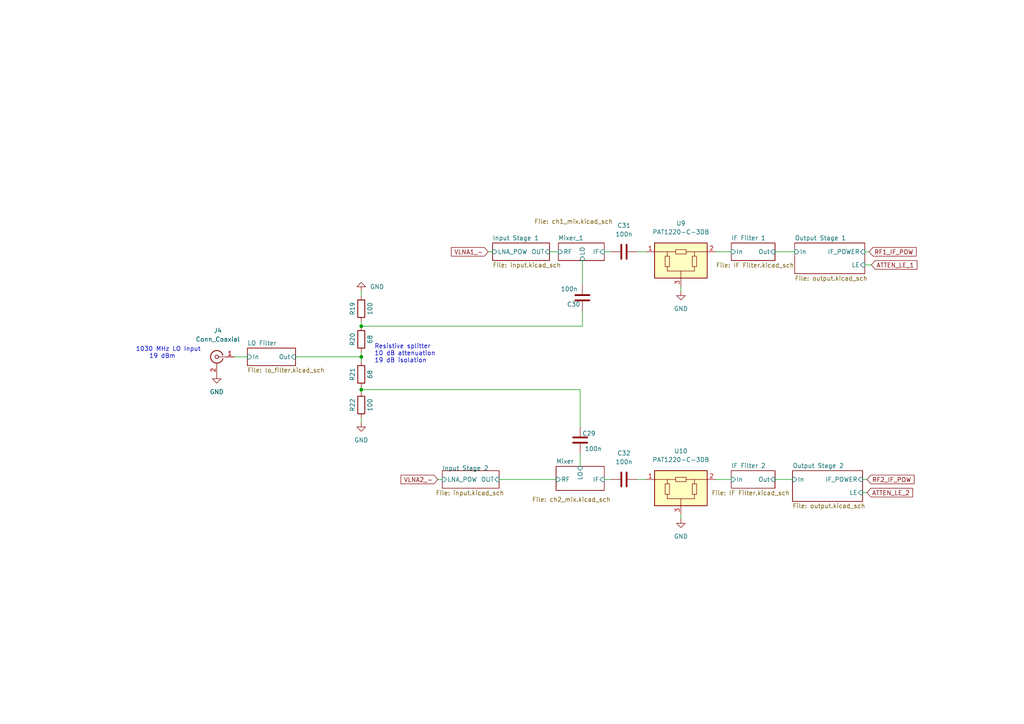
<source format=kicad_sch>
(kicad_sch (version 20230121) (generator eeschema)
  (paper "A4")
  (lib_symbols
    (symbol "Connector:Conn_Coaxial" (pin_names (offset 1.016) hide)
      (property "Reference" "J" (at 0.254 3.048 0))
      (property "Value" "Conn_Coaxial" (at 2.921 0 90))
      (symbol "Conn_Coaxial_0_1"
        (arc (start -1.778 -0.508) (mid 0.222 -1.808) (end 1.778 0) (stroke (width 0.254)))
        (polyline (pts (xy -2.54 0) (xy -0.508 0)))
        (polyline (pts (xy 0 -2.54) (xy 0 -1.778)))
        (circle (center 0 0) (radius 0.508) (stroke (width 0.2032)))
        (arc (start 1.778 0) (mid 0.222 1.8083) (end -1.778 0.508) (stroke (width 0.254)))
      )
      (symbol "Conn_Coaxial_1_1"
        (pin passive line (at -5.08 0 0) (length 2.54) (name "In") (number "1"))
        (pin passive line (at 0 -5.08 90) (length 2.54) (name "Ext") (number "2"))
      )
    )
    (symbol "Device:C" (pin_numbers hide) (pin_names (offset 0.254))
      (property "Reference" "C" (at 0.635 2.54 0))
      (property "Value" "C" (at 0.635 -2.54 0))
      (symbol "C_0_1"
        (polyline (pts (xy -2.032 -0.762) (xy 2.032 -0.762)) (stroke (width 0.508)))
        (polyline (pts (xy -2.032 0.762) (xy 2.032 0.762)) (stroke (width 0.508)))
      )
      (symbol "C_1_1"
        (pin passive line (at 0 3.81 270) (length 2.794) (name "~") (number "1"))
        (pin passive line (at 0 -3.81 90) (length 2.794) (name "~") (number "2"))
      )
    )
    (symbol "Device:R" (pin_numbers hide) (pin_names (offset 0))
      (property "Reference" "R" (at 2.032 0 90))
      (property "Value" "R" (at 0 0 90))
      (symbol "R_0_1"
        (rectangle (start -1.016 -2.54) (end 1.016 2.54) (stroke (width 0.254)))
      )
      (symbol "R_1_1"
        (pin passive line (at 0 3.81 270) (length 1.27) (name "~") (number "1"))
        (pin passive line (at 0 -3.81 90) (length 1.27) (name "~") (number "2"))
      )
    )
    (symbol "RF:PAT1220-C-3DB"
      (property "Reference" "U" (at -6.35 6.35 0))
      (property "Value" "PAT1220-C-3DB" (at 5.08 6.35 0))
      (symbol "PAT1220-C-3DB_0_1"
        (rectangle (start -7.62 5.08) (end 7.62 -5.08) (stroke (width 0.254)) (fill (type background)))
        (polyline (pts (xy -3.937 -3.048) (xy 3.937 -3.048)))
        (polyline (pts (xy -3.937 1.27) (xy -3.937 2.54)))
        (polyline (pts (xy -1.524 2.54) (xy -7.62 2.54)))
        (polyline (pts (xy 0 -5.08) (xy 0 -3.048)))
        (polyline (pts (xy 3.937 1.27) (xy 3.937 2.54)))
        (pin passive line (at 0 -7.62 90) (length 2.54) (name "~") (number "3"))
      )
      (symbol "PAT1220-C-3DB_1_1"
        (rectangle (start -4.572 -1.778) (end -3.302 1.27))
        (rectangle (start -1.524 3.175) (end 1.524 1.905))
        (polyline (pts (xy -3.937 -3.048) (xy -3.937 -1.778)))
        (polyline (pts (xy 3.937 -3.048) (xy 3.937 -1.778)))
        (polyline (pts (xy 7.62 2.54) (xy 1.524 2.54)))
        (rectangle (start 3.302 -1.778) (end 4.572 1.27))
        (pin passive line (at -10.16 2.54 0) (length 2.54) (name "~") (number "1"))
        (pin passive line (at 10.16 2.54 180) (length 2.54) (name "~") (number "2"))
      )
    )
    (symbol "power:GND" (power) (pin_names (offset 0))
      (property "Value" "GND" (at 0 -3.81 0))
      (symbol "GND_0_1"
        (polyline (pts (xy 0 0) (xy 0 -1.27) (xy 1.27 -1.27) (xy 0 -2.54) (xy -1.27 -1.27) (xy 0 -1.27)))
      )
      (symbol "GND_1_1"
        (pin power_in line (at 0 0 270) (length 0) hide (name "GND") (number "1"))
      )
    )
  )
  (junction (at 104.775 113.03))
  (junction (at 104.775 103.505))
  (junction (at 104.775 94.615))
  (wire (pts (xy 159.385 73.025) (xy 161.925 73.025)))
  (wire (pts (xy 104.775 103.505) (xy 104.775 102.235)))
  (wire (pts (xy 168.275 113.03) (xy 104.775 113.03)))
  (wire (pts (xy 104.775 84.455) (xy 104.775 85.725)))
  (wire (pts (xy 250.19 142.875) (xy 251.46 142.875)))
  (wire (pts (xy 104.775 112.395) (xy 104.775 113.03)))
  (wire (pts (xy 207.645 73.025) (xy 212.09 73.025)))
  (wire (pts (xy 85.725 103.505) (xy 104.775 103.505)))
  (wire (pts (xy 104.775 103.505) (xy 104.775 104.775)))
  (wire (pts (xy 168.91 90.17) (xy 168.91 94.615)))
  (wire (pts (xy 144.78 139.065) (xy 161.29 139.065)))
  (wire (pts (xy 184.785 73.025) (xy 187.325 73.025)))
  (wire (pts (xy 104.775 93.345) (xy 104.775 94.615)))
  (wire (pts (xy 175.26 73.025) (xy 177.165 73.025)))
  (wire (pts (xy 184.785 139.065) (xy 187.325 139.065)))
  (wire (pts (xy 250.19 139.065) (xy 251.46 139.065)))
  (wire (pts (xy 197.485 149.225) (xy 197.485 150.495)))
  (wire (pts (xy 67.945 103.505) (xy 71.755 103.505)))
  (wire (pts (xy 250.825 73.025) (xy 252.095 73.025)))
  (wire (pts (xy 104.775 113.03) (xy 104.775 113.665)))
  (wire (pts (xy 250.825 76.835) (xy 252.73 76.835)))
  (wire (pts (xy 168.275 131.445) (xy 168.275 135.255)))
  (wire (pts (xy 168.91 75.565) (xy 168.91 82.55)))
  (wire (pts (xy 141.605 73.025) (xy 142.875 73.025)))
  (wire (pts (xy 224.79 139.065) (xy 229.87 139.065)))
  (wire (pts (xy 104.775 121.285) (xy 104.775 122.555)))
  (wire (pts (xy 127 139.065) (xy 128.27 139.065)))
  (wire (pts (xy 104.775 94.615) (xy 168.91 94.615)))
  (wire (pts (xy 175.26 139.065) (xy 177.165 139.065)))
  (wire (pts (xy 197.485 83.185) (xy 197.485 84.455)))
  (wire (pts (xy 168.275 123.825) (xy 168.275 113.03)))
  (wire (pts (xy 207.645 139.065) (xy 212.09 139.065)))
  (wire (pts (xy 224.79 73.025) (xy 230.505 73.025)))
  (text "1030 MHz LO Input\n    19 dBm" (at 39.37 104.14 0) (effects (font (size 1.27 1.27)) (justify left bottom)))
  (text "Resistive splitter\n10 dB attenuation\n19 dB isolation" (at 108.585 105.41 0) (effects (font (size 1.27 1.27)) (justify left bottom)))
  (global_label "VLNA2_-" (shape input) (at 127 139.065 180) (property "Intersheetrefs" "${INTERSHEET_REFS}" (effects hide)))
  (global_label "RF1_IF_POW" (shape input) (at 252.095 73.025 0) (property "Intersheetrefs" "${INTERSHEET_REFS}" (effects hide)))
  (global_label "RF2_IF_POW" (shape input) (at 251.46 139.065 0) (property "Intersheetrefs" "${INTERSHEET_REFS}" (effects hide)))
  (global_label "VLNA1_-" (shape input) (at 141.605 73.025 180) (property "Intersheetrefs" "${INTERSHEET_REFS}" (effects hide)))
  (global_label "ATTEN_LE_1" (shape input) (at 252.73 76.835 0) (property "Intersheetrefs" "${INTERSHEET_REFS}" (effects hide)))
  (global_label "ATTEN_LE_2" (shape input) (at 251.46 142.875 0) (property "Intersheetrefs" "${INTERSHEET_REFS}" (effects hide)))
  (symbol (lib_id "power:GND") (at 104.775 84.455 180) (unit 1)
    (property "Reference" "#PWR054" (effects hide))
    (property "Value" "GND" (at 107.315 83.1849 0) (effects (justify right)))
  )
  (symbol (lib_id "RF:PAT1220-C-3DB") (at 197.485 141.605 0) (unit 1)
    (property "Reference" "U10" (at 197.485 130.81 0))
    (property "Value" "PAT1220-C-3DB" (at 197.485 133.35 0))
    (property "Footprint" "RF_Converter:RF_Attenuator_Susumu_PAT1220" (effects hide))
    (property "Datasheet" "https://www.susumu.co.jp/common/pdf/n_catalog_partition16_en.pdf" (effects hide))
  )
  (symbol (lib_id "Device:C") (at 168.275 127.635 0) (mirror y) (unit 1)
    (property "Reference" "C29" (at 170.815 125.73 0))
    (property "Value" "100n" (at 172.085 130.175 0))
    (property "Footprint" "Capacitor_SMD:C_0402_1005Metric" (effects hide))
    (property "MPN" "CC0402KRX7R7BB104" (effects hide))
    (property "LCSC" "C60474" (effects hide))
  )
  (symbol (lib_id "Device:R") (at 104.775 89.535 180) (unit 1)
    (property "Reference" "R19" (at 102.235 89.535 90))
    (property "Value" "100" (at 107.315 89.535 90))
    (property "Footprint" "Resistor_SMD:R_0402_1005Metric" (effects hide))
    (property "MPN" "ERJ2GEJ101X" (effects hide))
    (property "LCSC" "C412972" (effects hide))
  )
  (symbol (lib_id "power:GND") (at 197.485 150.495 0) (unit 1)
    (property "Reference" "#PWR057" (effects hide))
    (property "Value" "GND" (at 197.485 155.575 0))
  )
  (symbol (lib_id "power:GND") (at 62.865 108.585 0) (unit 1)
    (property "Reference" "#PWR053" (effects hide))
    (property "Value" "GND" (at 62.865 113.665 0))
  )
  (symbol (lib_id "Device:R") (at 104.775 117.475 180) (unit 1)
    (property "Reference" "R22" (at 102.235 117.475 90))
    (property "Value" "100" (at 107.315 117.475 90))
    (property "Footprint" "Resistor_SMD:R_0402_1005Metric" (effects hide))
    (property "MPN" "ERJ2GEJ101X" (effects hide))
    (property "LCSC" "C412972" (effects hide))
  )
  (symbol (lib_id "Connector:Conn_Coaxial") (at 62.865 103.505 0) (mirror y) (unit 1)
    (property "Reference" "J4" (at 63.1824 95.885 0))
    (property "Value" "Conn_Coaxial" (at 63.1824 98.425 0))
    (property "Footprint" "Library:SMA_Samtec_SMA-J-P-X-ST-EM1_EdgeMount" (effects hide))
    (property "Datasheet" " ~" (effects hide))
    (property "MPN" "SMA-J-P-H-ST-EM1" (effects hide))
  )
  (symbol (lib_id "Device:C") (at 180.975 139.065 90) (unit 1)
    (property "Reference" "C32" (at 180.975 131.445 90))
    (property "Value" "100n" (at 180.975 133.985 90))
    (property "Footprint" "Capacitor_SMD:C_0402_1005Metric" (effects hide))
    (property "MPN" "CC0402KRX7R7BB104" (effects hide))
    (property "LCSC" "C60474" (effects hide))
  )
  (symbol (lib_id "Device:C") (at 168.91 86.36 0) (mirror x) (unit 1)
    (property "Reference" "C30" (at 166.37 88.265 0))
    (property "Value" "100n" (at 165.1 83.82 0))
    (property "Footprint" "Capacitor_SMD:C_0402_1005Metric" (effects hide))
    (property "MPN" "CC0402KRX7R7BB104" (effects hide))
    (property "LCSC" "C60474" (effects hide))
  )
  (symbol (lib_id "Device:C") (at 180.975 73.025 90) (unit 1)
    (property "Reference" "C31" (at 180.975 65.405 90))
    (property "Value" "100n" (at 180.975 67.945 90))
    (property "Footprint" "Capacitor_SMD:C_0402_1005Metric" (effects hide))
    (property "MPN" "CC0402KRX7R7BB104" (effects hide))
    (property "LCSC" "C60474" (effects hide))
  )
  (symbol (lib_id "Device:R") (at 104.775 98.425 180) (unit 1)
    (property "Reference" "R20" (at 102.235 98.425 90))
    (property "Value" "68" (at 107.315 98.425 90))
    (property "Footprint" "Resistor_SMD:R_0402_1005Metric" (effects hide))
    (property "MPN" "ERJ2GEJ680X" (effects hide))
    (property "LCSC" "C412969" (effects hide))
  )
  (symbol (lib_id "power:GND") (at 197.485 84.455 0) (unit 1)
    (property "Reference" "#PWR056" (effects hide))
    (property "Value" "GND" (at 197.485 89.535 0))
  )
  (symbol (lib_id "Device:R") (at 104.775 108.585 180) (unit 1)
    (property "Reference" "R21" (at 102.235 108.585 90))
    (property "Value" "68" (at 107.315 108.585 90))
    (property "Footprint" "Resistor_SMD:R_0402_1005Metric" (effects hide))
    (property "MPN" "ERJ2GEJ680X" (effects hide))
    (property "LCSC" "C412969" (effects hide))
  )
  (symbol (lib_id "RF:PAT1220-C-3DB") (at 197.485 75.565 0) (unit 1)
    (property "Reference" "U9" (at 197.485 64.77 0))
    (property "Value" "PAT1220-C-3DB" (at 197.485 67.31 0))
    (property "Footprint" "RF_Converter:RF_Attenuator_Susumu_PAT1220" (effects hide))
    (property "Datasheet" "https://www.susumu.co.jp/common/pdf/n_catalog_partition16_en.pdf" (effects hide))
  )
  (symbol (lib_id "power:GND") (at 104.775 122.555 0) (unit 1)
    (property "Reference" "#PWR055" (effects hide))
    (property "Value" "GND" (at 104.775 127.635 0))
  )
  (sheet (at 161.29 135.255) (size 13.97 6.985) (stroke (width 0.1524))
    (property "Sheetname" "Mixer" (at 161.29 134.5434 0) (effects (justify left bottom)))
    (property "Sheetfile" "ch2_mix.kicad_sch" (at 154.305 144.145 0) (effects (justify left top)))
    (pin "IF" input (at 175.26 139.065 0))
    (pin "RF" input (at 161.29 139.065 180))
    (pin "LO" input (at 168.275 135.255 90))
  )
  (sheet (at 212.09 136.525) (size 12.7 5.08) (stroke (width 0.1524))
    (property "Sheetname" "IF Filter 2" (at 212.09 135.8134 0) (effects (justify left bottom)))
    (property "Sheetfile" "IF Filter.kicad_sch" (at 206.375 142.24 0) (effects (justify left top)))
    (pin "Out" input (at 224.79 139.065 0))
    (pin "In" input (at 212.09 139.065 180))
  )
  (sheet (at 212.09 70.485) (size 12.7 5.08) (stroke (width 0.1524))
    (property "Sheetname" "IF Filter 1 " (at 212.09 69.7734 0) (effects (justify left bottom)))
    (property "Sheetfile" "IF Filter.kicad_sch" (at 207.645 76.2 0) (effects (justify left top)))
    (pin "Out" input (at 224.79 73.025 0))
    (pin "In" input (at 212.09 73.025 180))
  )
  (sheet (at 71.755 100.965) (size 13.97 5.08) (stroke (width 0.1524))
    (property "Sheetname" "LO Filter" (at 71.755 100.2534 0) (effects (justify left bottom)))
    (property "Sheetfile" "lo_filter.kicad_sch" (at 71.755 106.6296 0) (effects (justify left top)))
    (pin "Out" input (at 85.725 103.505 0))
    (pin "In" input (at 71.755 103.505 180))
  )
  (sheet (at 161.925 70.485) (size 13.335 5.08) (stroke (width 0.1524))
    (property "Sheetname" "Mixer_1" (at 161.925 69.7734 0) (effects (justify left bottom)))
    (property "Sheetfile" "ch1_mix.kicad_sch" (at 154.94 63.5 0) (effects (justify left top)))
    (pin "RF" input (at 161.925 73.025 180))
    (pin "LO" input (at 168.91 75.565 270))
    (pin "IF" input (at 175.26 73.025 0))
  )
  (sheet (at 230.505 70.485) (size 20.32 8.89) (stroke (width 0.1524))
    (property "Sheetname" "Output Stage 1" (at 230.505 69.7734 0) (effects (justify left bottom)))
    (property "Sheetfile" "output.kicad_sch" (at 230.505 80.01 0) (effects (justify left top)))
    (pin "IF_POWER" input (at 250.825 73.025 0))
    (pin "In" input (at 230.505 73.025 180))
    (pin "LE" input (at 250.825 76.835 0))
  )
  (sheet (at 128.27 136.525) (size 16.51 5.08) (stroke (width 0.1524))
    (property "Sheetname" "Input Stage 2" (at 128.27 136.525 0) (effects (justify left bottom)))
    (property "Sheetfile" "input.kicad_sch" (at 126.365 142.24 0) (effects (justify left top)))
    (pin "OUT" input (at 144.78 139.065 0))
    (pin "LNA_POW" input (at 128.27 139.065 180))
  )
  (sheet (at 142.875 70.485) (size 16.51 5.08) (stroke (width 0.1524))
    (property "Sheetname" "Input Stage 1" (at 142.875 69.7734 0) (effects (justify left bottom)))
    (property "Sheetfile" "input.kicad_sch" (at 142.875 76.1496 0) (effects (justify left top)))
    (pin "OUT" input (at 159.385 73.025 0))
    (pin "LNA_POW" input (at 142.875 73.025 180))
  )
  (sheet (at 229.87 136.525) (size 20.32 8.89) (stroke (width 0.1524))
    (property "Sheetname" "Output Stage 2" (at 229.87 135.8134 0) (effects (justify left bottom)))
    (property "Sheetfile" "output.kicad_sch" (at 229.87 145.9996 0) (effects (justify left top)))
    (pin "IF_POWER" input (at 250.19 139.065 0))
    (pin "In" input (at 229.87 139.065 180))
    (pin "LE" input (at 250.19 142.875 0))
  )
)
</source>
